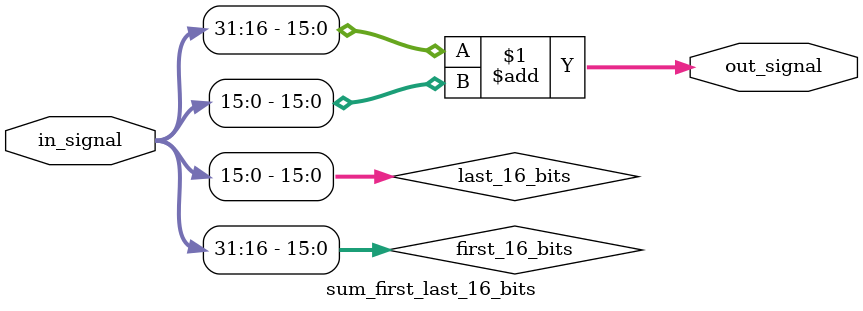
<source format=v>
module sum_first_last_16_bits (
    input [31:0] in_signal,
    output [15:0] out_signal
);

    wire [15:0] first_16_bits;
    wire [15:0] last_16_bits;

    assign first_16_bits = in_signal[31:16];
    assign last_16_bits = in_signal[15:0];

    assign out_signal = first_16_bits + last_16_bits;

endmodule
</source>
